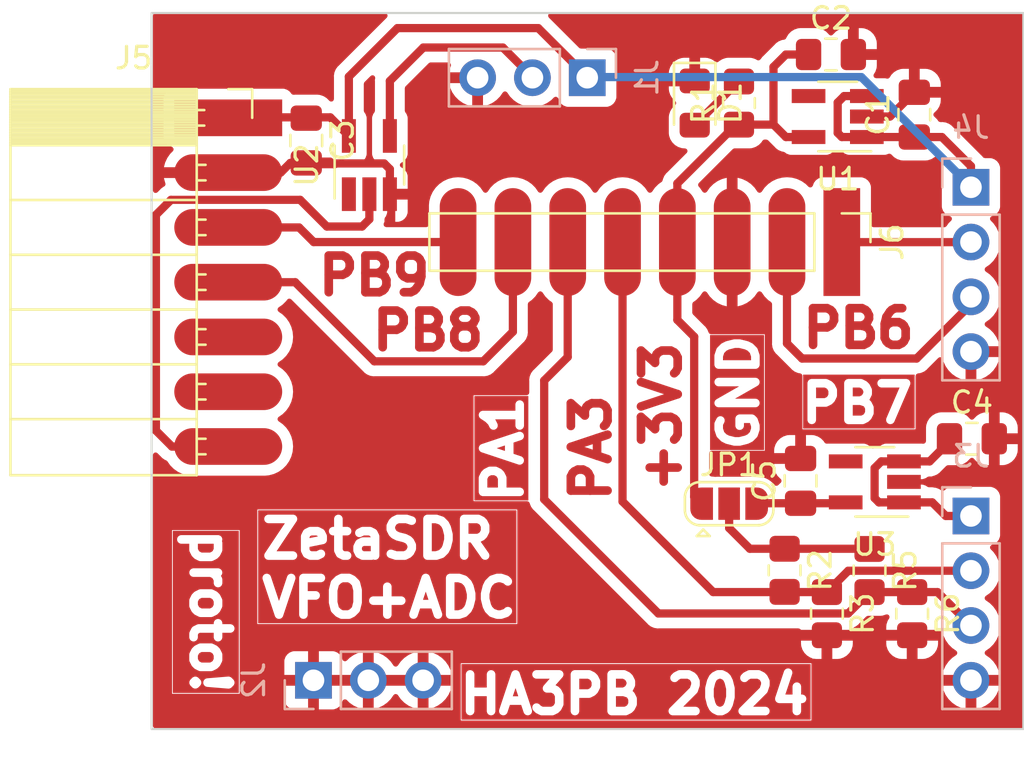
<source format=kicad_pcb>
(kicad_pcb (version 20240108) (generator "pcbnew") (generator_version "8.0")
  (layers (0 "F.Cu" signal) (31 "B.Cu" signal) (34 "B.Paste" user) (35 "F.Paste" user) (36 "B.SilkS" user "B.Silkscreen") (37 "F.SilkS" user "F.Silkscreen") (38 "B.Mask" user) (39 "F.Mask" user) (44 "Edge.Cuts" user))
  (net 0 "")
  (net 1 "+5V")
  (net 2 "GND")
  (net 3 "+3V3")
  (net 4 "Net-(D1-A)")
  (net 5 "Net-(J3-Pin_2)")
  (net 6 "Net-(J3-Pin_3)")
  (net 8 "Net-(J3-Pin_1)")
  (net 9 "Net-(J1-Pin_2)")
  (net 10 "/SDA")
  (net 11 "/SCL")
  (net 14 "Net-(J5-Pin_7)")
  (net 15 "/D-")
  (net 16 "/D+")
  (net 17 "Net-(JP1-B)")
  (net 18 "Net-(JP1-C)")
  (footprint "Resistor_SMD:R_0805_2012Metric_Pad1.20x1.40mm_HandSolder" (layer "F.Cu") (at 162.99 91.09 -90)
    (property "Reference" "R2" (at 0 -1.65 90) (layer "F.SilkS"))
    (property "Value" "150k")
    (fp_line (start -0.227064 0.735) (end 0.227064 0.735) (stroke (width 0.12)) (layer "F.SilkS"))
    (fp_line (start -0.227064 -0.735) (end 0.227064 -0.735) (stroke (width 0.12)) (layer "F.SilkS"))
    (pad "1" smd roundrect (at -1 0 270) (size 1.2 1.4) (layers "F.Cu" "F.Paste" "F.Mask") (roundrect_rratio 0.2083333333) (net 18 "Net-(JP1-C)"))
    (pad "2" smd roundrect (at 1 0 270) (size 1.2 1.4) (layers "F.Cu" "F.Paste" "F.Mask") (roundrect_rratio 0.2083333333) (net 5 "Net-(J3-Pin_2)"))
  )
  (footprint "Jumper:SolderJumper-3_P1.3mm_Open_RoundedPad1.0x1.5mm" (layer "F.Cu") (at 160.42 88)
    (property "Reference" "JP1" (at 0 -1.8 0) (layer "F.SilkS"))
    (property "Value" "AVCC")
    (fp_line (start -2.05 0.3) (end -2.05 -0.3) (stroke (width 0.12)) (layer "F.SilkS"))
    (fp_line (start -1.5 1.5) (end -0.9 1.5) (stroke (width 0.12)) (layer "F.SilkS"))
    (fp_line (start -1.4 -1) (end 1.4 -1) (stroke (width 0.12)) (layer "F.SilkS"))
    (fp_line (start -1.2 1.2) (end -1.5 1.5) (stroke (width 0.12)) (layer "F.SilkS"))
    (fp_line (start -1.2 1.2) (end -0.9 1.5) (stroke (width 0.12)) (layer "F.SilkS"))
    (fp_line (start 1.4 1) (end -1.4 1) (stroke (width 0.12)) (layer "F.SilkS"))
    (fp_line (start 2.05 -0.3) (end 2.05 0.3) (stroke (width 0.12)) (layer "F.SilkS"))
    (fp_arc (start -2.05 -0.3) (mid -1.844975 -0.794975) (end -1.35 -1) (stroke (width 0.12)) (layer "F.SilkS"))
    (fp_arc (start -1.35 1) (mid -1.844975 0.794975) (end -2.05 0.3) (stroke (width 0.12)) (layer "F.SilkS"))
    (fp_arc (start 1.35 -1) (mid 1.844975 -0.794975) (end 2.05 -0.3) (stroke (width 0.12)) (layer "F.SilkS"))
    (fp_arc (start 2.05 0.3) (mid 1.844975 0.794975) (end 1.35 1) (stroke (width 0.12)) (layer "F.SilkS"))
    (pad "1" smd custom (at -1.3 0) (size 1 0.5) (layers "F.Cu" "F.Mask") (net 3 "+3V3") (options (clearance outline) (anchor rect)) (primitives (gr_circle (center 0 0.25) (end 0.5 0.25) (width 0) (fill yes)) (gr_circle (center 0 -0.25) (end 0.5 -0.25) (width 0) (fill yes)) (gr_poly (pts (xy 0.55 0.75) (xy 0 0.75) (xy 0 -0.75) (xy 0.55 -0.75)) (width 0) (fill yes))))
    (pad "2" smd rect (at 0 0) (size 1 1.5) (layers "F.Cu" "F.Mask") (net 18 "Net-(JP1-C)"))
    (pad "3" smd custom (at 1.3 0) (size 1 0.5) (layers "F.Cu" "F.Mask") (net 17 "Net-(JP1-B)") (options (clearance outline) (anchor rect)) (primitives (gr_circle (center 0 0.25) (end 0.5 0.25) (width 0) (fill yes)) (gr_circle (center 0 -0.25) (end 0.5 -0.25) (width 0) (fill yes)) (gr_poly (pts (xy 0 0.75) (xy -0.55 0.75) (xy -0.55 -0.75) (xy 0 -0.75)) (width 0) (fill yes))))
  )
  (footprint "Capacitor_SMD:C_0805_2012Metric_Pad1.18x1.45mm_HandSolder" (layer "F.Cu") (at 140.825 71.1625 -90)
    (property "Reference" "C3" (at 0 -1.68 90) (layer "F.SilkS"))
    (property "Value" "100n")
    (fp_line (start -0.261252 0.735) (end 0.261252 0.735) (stroke (width 0.12)) (layer "F.SilkS"))
    (fp_line (start -0.261252 -0.735) (end 0.261252 -0.735) (stroke (width 0.12)) (layer "F.SilkS"))
    (pad "1" smd roundrect (at -1.0375 0 270) (size 1.175 1.45) (layers "F.Cu" "F.Paste" "F.Mask") (roundrect_rratio 0.2127659574) (net 1 "+5V"))
    (pad "2" smd roundrect (at 1.0375 0 270) (size 1.175 1.45) (layers "F.Cu" "F.Paste" "F.Mask") (roundrect_rratio 0.2127659574) (net 2 "GND"))
  )
  (footprint "Package_TO_SOT_SMD:SOT-23-5_HandSoldering" (layer "F.Cu") (at 165.45 70.05 180)
    (property "Reference" "U1" (at 0 -2.9 0) (layer "F.SilkS"))
    (property "Value" "AP2127K-3.3")
    (fp_line (start 0.9 -1.61) (end -1.55 -1.61) (stroke (width 0.12)) (layer "F.SilkS"))
    (fp_line (start -0.9 1.61) (end 0.9 1.61) (stroke (width 0.12)) (layer "F.SilkS"))
    (pad "1" smd rect (at -1.35 -0.95 180) (size 1.56 0.65) (layers "F.Cu" "F.Paste" "F.Mask") (net 1 "+5V"))
    (pad "2" smd rect (at -1.35 0 180) (size 1.56 0.65) (layers "F.Cu" "F.Paste" "F.Mask") (net 2 "GND"))
    (pad "3" smd rect (at -1.35 0.95 180) (size 1.56 0.65) (layers "F.Cu" "F.Paste" "F.Mask") (net 1 "+5V"))
    (pad "4" smd rect (at 1.35 0.95 180) (size 1.56 0.65) (layers "F.Cu" "F.Paste" "F.Mask"))
    (pad "5" smd rect (at 1.35 -0.95 180) (size 1.56 0.65) (layers "F.Cu" "F.Paste" "F.Mask") (net 3 "+3V3"))
  )
  (footprint "Resistor_SMD:R_0805_2012Metric_Pad1.20x1.40mm_HandSolder" (layer "F.Cu") (at 168.9 93.1 -90)
    (property "Reference" "R6" (at 0 -1.65 90) (layer "F.SilkS"))
    (property "Value" "4k7")
    (fp_line (start -0.227064 0.735) (end 0.227064 0.735) (stroke (width 0.12)) (layer "F.SilkS"))
    (fp_line (start -0.227064 -0.735) (end 0.227064 -0.735) (stroke (width 0.12)) (layer "F.SilkS"))
    (pad "1" smd roundrect (at -1 0 270) (size 1.2 1.4) (layers "F.Cu" "F.Paste" "F.Mask") (roundrect_rratio 0.2083333333) (net 6 "Net-(J3-Pin_3)"))
    (pad "2" smd roundrect (at 1 0 270) (size 1.2 1.4) (layers "F.Cu" "F.Paste" "F.Mask") (roundrect_rratio 0.2083333333) (net 2 "GND"))
  )
  (footprint "Package_TO_SOT_SMD:SOT-23-5_HandSoldering" (layer "F.Cu") (at 143.75 72.3 90)
    (property "Reference" "U2" (at 0 -2.9 90) (layer "F.SilkS"))
    (property "Value" "74AHCT1G14")
    (fp_line (start 0.9 -1.61) (end -1.55 -1.61) (stroke (width 0.12)) (layer "F.SilkS"))
    (fp_line (start -0.9 1.61) (end 0.9 1.61) (stroke (width 0.12)) (layer "F.SilkS"))
    (pad "1" smd rect (at -1.35 -0.95 90) (size 1.56 0.65) (layers "F.Cu" "F.Paste" "F.Mask"))
    (pad "2" smd rect (at -1.35 0 90) (size 1.56 0.65) (layers "F.Cu" "F.Paste" "F.Mask") (net 14 "Net-(J5-Pin_7)"))
    (pad "3" smd rect (at -1.35 0.95 90) (size 1.56 0.65) (layers "F.Cu" "F.Paste" "F.Mask") (net 2 "GND"))
    (pad "4" smd rect (at 1.35 0.95 90) (size 1.56 0.65) (layers "F.Cu" "F.Paste" "F.Mask") (net 9 "Net-(J1-Pin_2)"))
    (pad "5" smd rect (at 1.35 -0.95 90) (size 1.56 0.65) (layers "F.Cu" "F.Paste" "F.Mask") (net 1 "+5V"))
  )
  (footprint "Capacitor_SMD:C_0805_2012Metric_Pad1.18x1.45mm_HandSolder" (layer "F.Cu") (at 163.73 86.9425 90)
    (property "Reference" "C5" (at 0 -1.68 90) (layer "F.SilkS"))
    (property "Value" "10u")
    (fp_line (start -0.261252 -0.735) (end 0.261252 -0.735) (stroke (width 0.12)) (layer "F.SilkS"))
    (fp_line (start -0.261252 0.735) (end 0.261252 0.735) (stroke (width 0.12)) (layer "F.SilkS"))
    (pad "1" smd roundrect (at -1.0375 0 90) (size 1.175 1.45) (layers "F.Cu" "F.Paste" "F.Mask") (roundrect_rratio 0.2127659574) (net 17 "Net-(JP1-B)"))
    (pad "2" smd roundrect (at 1.0375 0 90) (size 1.175 1.45) (layers "F.Cu" "F.Paste" "F.Mask") (roundrect_rratio 0.2127659574) (net 2 "GND"))
  )
  (footprint "Capacitor_SMD:C_0805_2012Metric_Pad1.18x1.45mm_HandSolder" (layer "F.Cu") (at 165.1375 67.175)
    (property "Reference" "C2" (at 0 -1.68 0) (layer "F.SilkS"))
    (property "Value" "10u")
    (fp_line (start -0.261252 -0.735) (end 0.261252 -0.735) (stroke (width 0.12)) (layer "F.SilkS"))
    (fp_line (start -0.261252 0.735) (end 0.261252 0.735) (stroke (width 0.12)) (layer "F.SilkS"))
    (pad "1" smd roundrect (at -1.0375 0) (size 1.175 1.45) (layers "F.Cu" "F.Paste" "F.Mask") (roundrect_rratio 0.2127659574) (net 3 "+3V3"))
    (pad "2" smd roundrect (at 1.0375 0) (size 1.175 1.45) (layers "F.Cu" "F.Paste" "F.Mask") (roundrect_rratio 0.2127659574) (net 2 "GND"))
  )
  (footprint "Capacitor_SMD:C_0805_2012Metric_Pad1.18x1.45mm_HandSolder" (layer "F.Cu") (at 169 69.9625 90)
    (property "Reference" "C1" (at 0 -1.68 90) (layer "F.SilkS"))
    (property "Value" "10u")
    (fp_line (start -0.261252 -0.735) (end 0.261252 -0.735) (stroke (width 0.12)) (layer "F.SilkS"))
    (fp_line (start -0.261252 0.735) (end 0.261252 0.735) (stroke (width 0.12)) (layer "F.SilkS"))
    (pad "1" smd roundrect (at -1.0375 0 90) (size 1.175 1.45) (layers "F.Cu" "F.Paste" "F.Mask") (roundrect_rratio 0.2127659574) (net 1 "+5V"))
    (pad "2" smd roundrect (at 1.0375 0 90) (size 1.175 1.45) (layers "F.Cu" "F.Paste" "F.Mask") (roundrect_rratio 0.2127659574) (net 2 "GND"))
  )
  (footprint "Connector_PinHeader_2.54mm:PinHeader_1x08_P2.54mm_Vertical" (layer "F.Cu") (at 165.64 75.87 -90)
    (property "Reference" "J6" (at 0 -2.33 90) (layer "F.SilkS"))
    (property "Value" "DEVBOARD")
    (fp_line (start -1.33 19.11) (end 1.33 19.11) (stroke (width 0.12)) (layer "F.SilkS"))
    (fp_line (start -1.33 1.27) (end -1.33 19.11) (stroke (width 0.12)) (layer "F.SilkS"))
    (fp_line (start -1.33 1.27) (end 1.33 1.27) (stroke (width 0.12)) (layer "F.SilkS"))
    (fp_line (start 1.33 1.27) (end 1.33 19.11) (stroke (width 0.12)) (layer "F.SilkS"))
    (fp_line (start -1.33 0) (end -1.33 -1.33) (stroke (width 0.12)) (layer "F.SilkS"))
    (fp_line (start -1.33 -1.33) (end 0 -1.33) (stroke (width 0.12)) (layer "F.SilkS"))
    (pad "1" smd rect (at 0 0 270) (size 5 1.7) (layers "F.Cu" "F.Paste" "F.Mask") (net 15 "/D-"))
    (pad "2" smd oval (at 0 2.54 270) (size 5 1.7) (layers "F.Cu" "F.Paste" "F.Mask") (net 16 "/D+"))
    (pad "3" smd oval (at 0 5.08 270) (size 5 1.7) (layers "F.Cu" "F.Paste" "F.Mask") (net 2 "GND"))
    (pad "4" smd oval (at 0 7.62 270) (size 5 1.7) (layers "F.Cu" "F.Paste" "F.Mask") (net 3 "+3V3"))
    (pad "5" smd oval (at 0 10.16 270) (size 5 1.7) (layers "F.Cu" "F.Paste" "F.Mask") (net 5 "Net-(J3-Pin_2)"))
    (pad "6" smd oval (at 0 12.7 270) (size 5 1.7) (layers "F.Cu" "F.Paste" "F.Mask") (net 6 "Net-(J3-Pin_3)"))
    (pad "7" smd oval (at 0 15.24 270) (size 5 1.7) (layers "F.Cu" "F.Paste" "F.Mask") (net 11 "/SCL"))
    (pad "8" smd oval (at 0 17.78 270) (size 5 1.7) (layers "F.Cu" "F.Paste" "F.Mask") (net 10 "/SDA"))
  )
  (footprint "Resistor_SMD:R_0805_2012Metric_Pad1.20x1.40mm_HandSolder" (layer "F.Cu") (at 164.95 93.1 -90)
    (property "Reference" "R3" (at 0 -1.65 90) (layer "F.SilkS"))
    (property "Value" "4k7")
    (fp_line (start -0.227064 0.735) (end 0.227064 0.735) (stroke (width 0.12)) (layer "F.SilkS"))
    (fp_line (start -0.227064 -0.735) (end 0.227064 -0.735) (stroke (width 0.12)) (layer "F.SilkS"))
    (pad "1" smd roundrect (at -1 0 270) (size 1.2 1.4) (layers "F.Cu" "F.Paste" "F.Mask") (roundrect_rratio 0.2083333333) (net 5 "Net-(J3-Pin_2)"))
    (pad "2" smd roundrect (at 1 0 270) (size 1.2 1.4) (layers "F.Cu" "F.Paste" "F.Mask") (roundrect_rratio 0.2083333333) (net 2 "GND"))
  )
  (footprint "Capacitor_SMD:C_0805_2012Metric_Pad1.18x1.45mm_HandSolder" (layer "F.Cu") (at 171.6675 84.99)
    (property "Reference" "C4" (at 0 -1.68 0) (layer "F.SilkS"))
    (property "Value" "10u")
    (fp_line (start -0.261252 -0.735) (end 0.261252 -0.735) (stroke (width 0.12)) (layer "F.SilkS"))
    (fp_line (start -0.261252 0.735) (end 0.261252 0.735) (stroke (width 0.12)) (layer "F.SilkS"))
    (pad "1" smd roundrect (at -1.0375 0) (size 1.175 1.45) (layers "F.Cu" "F.Paste" "F.Mask") (roundrect_rratio 0.2127659574) (net 8 "Net-(J3-Pin_1)"))
    (pad "2" smd roundrect (at 1.0375 0) (size 1.175 1.45) (layers "F.Cu" "F.Paste" "F.Mask") (roundrect_rratio 0.2127659574) (net 2 "GND"))
  )
  (footprint "Package_TO_SOT_SMD:SOT-23-5_HandSoldering" (layer "F.Cu") (at 167.17 86.99 180)
    (property "Reference" "U3" (at 0 -2.9 0) (layer "F.SilkS"))
    (property "Value" "AP2127K-3.3")
    (fp_line (start 0.9 -1.61) (end -1.55 -1.61) (stroke (width 0.12)) (layer "F.SilkS"))
    (fp_line (start -0.9 1.61) (end 0.9 1.61) (stroke (width 0.12)) (layer "F.SilkS"))
    (pad "1" smd rect (at -1.35 -0.95 180) (size 1.56 0.65) (layers "F.Cu" "F.Paste" "F.Mask") (net 8 "Net-(J3-Pin_1)"))
    (pad "2" smd rect (at -1.35 0 180) (size 1.56 0.65) (layers "F.Cu" "F.Paste" "F.Mask") (net 2 "GND"))
    (pad "3" smd rect (at -1.35 0.95 180) (size 1.56 0.65) (layers "F.Cu" "F.Paste" "F.Mask") (net 8 "Net-(J3-Pin_1)"))
    (pad "4" smd rect (at 1.35 0.95 180) (size 1.56 0.65) (layers "F.Cu" "F.Paste" "F.Mask"))
    (pad "5" smd rect (at 1.35 -0.95 180) (size 1.56 0.65) (layers "F.Cu" "F.Paste" "F.Mask") (net 17 "Net-(JP1-B)"))
  )
  (footprint "Connector_PinSocket_2.54mm:PinSocket_1x07_P2.54mm_Horizontal" (layer "F.Cu") (at 137.21 70.11)
    (property "Reference" "J5" (at -4.38 -2.77 0) (layer "F.SilkS"))
    (property "Value" "Si5351")
    (fp_line (start -10.09 -1.33) (end -10.09 16.57) (stroke (width 0.12)) (layer "F.SilkS"))
    (fp_line (start -10.09 -1.33) (end -1.46 -1.33) (stroke (width 0.12)) (layer "F.SilkS"))
    (fp_line (start -10.09 -1.21) (end -1.46 -1.21) (stroke (width 0.12)) (layer "F.SilkS"))
    (fp_line (start -10.09 -1.091905) (end -1.46 -1.091905) (stroke (width 0.12)) (layer "F.SilkS"))
    (fp_line (start -10.09 -0.97381) (end -1.46 -0.97381) (stroke (width 0.12)) (layer "F.SilkS"))
    (fp_line (start -10.09 -0.855715) (end -1.46 -0.855715) (stroke (width 0.12)) (layer "F.SilkS"))
    (fp_line (start -10.09 -0.73762) (end -1.46 -0.73762) (stroke (width 0.12)) (layer "F.SilkS"))
    (fp_line (start -10.09 -0.619525) (end -1.46 -0.619525) (stroke (width 0.12)) (layer "F.SilkS"))
    (fp_line (start -10.09 -0.50143) (end -1.46 -0.50143) (stroke (width 0.12)) (layer "F.SilkS"))
    (fp_line (start -10.09 -0.383335) (end -1.46 -0.383335) (stroke (width 0.12)) (layer "F.SilkS"))
    (fp_line (start -10.09 -0.26524) (end -1.46 -0.26524) (stroke (width 0.12)) (layer "F.SilkS"))
    (fp_line (start -10.09 -0.147145) (end -1.46 -0.147145) (stroke (width 0.12)) (layer "F.SilkS"))
    (fp_line (start -10.09 -0.02905) (end -1.46 -0.02905) (stroke (width 0.12)) (layer "F.SilkS"))
    (fp_line (start -10.09 0.089045) (end -1.46 0.089045) (stroke (width 0.12)) (layer "F.SilkS"))
    (fp_line (start -10.09 0.20714) (end -1.46 0.20714) (stroke (width 0.12)) (layer "F.SilkS"))
    (fp_line (start -10.09 0.325235) (end -1.46 0.325235) (stroke (width 0.12)) (layer "F.SilkS"))
    (fp_line (start -10.09 0.44333) (end -1.46 0.44333) (stroke (width 0.12)) (layer "F.SilkS"))
    (fp_line (start -10.09 0.561425) (end -1.46 0.561425) (stroke (width 0.12)) (layer "F.SilkS"))
    (fp_line (start -10.09 0.67952) (end -1.46 0.67952) (stroke (width 0.12)) (layer "F.SilkS"))
    (fp_line (start -10.09 0.797615) (end -1.46 0.797615) (stroke (width 0.12)) (layer "F.SilkS"))
    (fp_line (start -10.09 0.91571) (end -1.46 0.91571) (stroke (width 0.12)) (layer "F.SilkS"))
    (fp_line (start -10.09 1.033805) (end -1.46 1.033805) (stroke (width 0.12)) (layer "F.SilkS"))
    (fp_line (start -10.09 1.1519) (end -1.46 1.1519) (stroke (width 0.12)) (layer "F.SilkS"))
    (fp_line (start -10.09 1.27) (end -1.46 1.27) (stroke (width 0.12)) (layer "F.SilkS"))
    (fp_line (start -10.09 3.81) (end -1.46 3.81) (stroke (width 0.12)) (layer "F.SilkS"))
    (fp_line (start -10.09 6.35) (end -1.46 6.35) (stroke (width 0.12)) (layer "F.SilkS"))
    (fp_line (start -10.09 8.89) (end -1.46 8.89) (stroke (width 0.12)) (layer "F.SilkS"))
    (fp_line (start -10.09 11.43) (end -1.46 11.43) (stroke (width 0.12)) (layer "F.SilkS"))
    (fp_line (start -10.09 13.97) (end -1.46 13.97) (stroke (width 0.12)) (layer "F.SilkS"))
    (fp_line (start -10.09 16.57) (end -1.46 16.57) (stroke (width 0.12)) (layer "F.SilkS"))
    (fp_line (start -1.46 -1.33) (end -1.46 16.57) (stroke (width 0.12)) (layer "F.SilkS"))
    (fp_line (start -1.46 -0.36) (end -1.11 -0.36) (stroke (width 0.12)) (layer "F.SilkS"))
    (fp_line (start -1.46 0.36) (end -1.11 0.36) (stroke (width 0.12)) (layer "F.SilkS"))
    (fp_line (start -1.46 2.18) (end -1.05 2.18) (stroke (width 0.12)) (layer "F.SilkS"))
    (fp_line (start -1.46 2.9) (end -1.05 2.9) (stroke (width 0.12)) (layer "F.SilkS"))
    (fp_line (start -1.46 4.72) (end -1.05 4.72) (stroke (width 0.12)) (layer "F.SilkS"))
    (fp_line (start -1.46 5.44) (end -1.05 5.44) (stroke (width 0.12)) (layer "F.SilkS"))
    (fp_line (start -1.46 7.26) (end -1.05 7.26) (stroke (width 0.12)) (layer "F.SilkS"))
    (fp_line (start -1.46 7.98) (end -1.05 7.98) (stroke (width 0.12)) (layer "F.SilkS"))
    (fp_line (start -1.46 9.8) (end -1.05 9.8) (stroke (width 0.12)) (layer "F.SilkS"))
    (fp_line (start -1.46 10.52) (end -1.05 10.52) (stroke (width 0.12)) (layer "F.SilkS"))
    (fp_line (start -1.46 12.34) (end -1.05 12.34) (stroke (width 0.12)) (layer "F.SilkS"))
    (fp_line (start -1.46 13.06) (end -1.05 13.06) (stroke (width 0.12)) (layer "F.SilkS"))
    (fp_line (start -1.46 14.88) (end -1.05 14.88) (stroke (width 0.12)) (layer "F.SilkS"))
    (fp_line (start -1.46 15.6) (end -1.05 15.6) (stroke (width 0.12)) (layer "F.SilkS"))
    (fp_line (start 0 -1.33) (end 1.11 -1.33) (stroke (width 0.12)) (layer "F.SilkS"))
    (fp_line (start 1.11 -1.33) (end 1.11 0) (stroke (width 0.12)) (layer "F.SilkS"))
    (pad "1" smd rect (at 0 0) (size 5 1.7) (layers "F.Cu" "F.Paste" "F.Mask") (net 1 "+5V"))
    (pad "2" smd oval (at 0 2.54) (size 5 1.7) (layers "F.Cu" "F.Paste" "F.Mask") (net 2 "GND"))
    (pad "3" smd oval (at 0 5.08) (size 5 1.7) (layers "F.Cu" "F.Paste" "F.Mask") (net 10 "/SDA"))
    (pad "4" smd oval (at 0 7.62) (size 5 1.7) (layers "F.Cu" "F.Paste" "F.Mask") (net 11 "/SCL"))
    (pad "5" smd oval (at 0 10.16) (size 5 1.7) (layers "F.Cu" "F.Paste" "F.Mask"))
    (pad "6" smd oval (at 0 12.7) (size 5 1.7) (layers "F.Cu" "F.Paste" "F.Mask"))
    (pad "7" smd oval (at 0 15.24) (size 5 1.7) (layers "F.Cu" "F.Paste" "F.Mask") (net 14 "Net-(J5-Pin_7)"))
  )
  (footprint "Resistor_SMD:R_0805_2012Metric_Pad1.20x1.40mm_HandSolder" (layer "F.Cu") (at 160.875 69.425 90)
    (property "Reference" "R1" (at 0 -1.65 90) (layer "F.SilkS"))
    (property "Value" "1k")
    (fp_line (start -0.227064 -0.735) (end 0.227064 -0.735) (stroke (width 0.12)) (layer "F.SilkS"))
    (fp_line (start -0.227064 0.735) (end 0.227064 0.735) (stroke (width 0.12)) (layer "F.SilkS"))
    (pad "1" smd roundrect (at -1 0 90) (size 1.2 1.4) (layers "F.Cu" "F.Paste" "F.Mask") (roundrect_rratio 0.2083333333) (net 3 "+3V3"))
    (pad "2" smd roundrect (at 1 0 90) (size 1.2 1.4) (layers "F.Cu" "F.Paste" "F.Mask") (roundrect_rratio 0.2083333333) (net 4 "Net-(D1-A)"))
  )
  (footprint "Resistor_SMD:R_0805_2012Metric_Pad1.20x1.40mm_HandSolder" (layer "F.Cu") (at 166.925 91.1 -90)
    (property "Reference" "R5" (at 0 -1.65 90) (layer "F.SilkS"))
    (property "Value" "150k")
    (fp_line (start -0.227064 0.735) (end 0.227064 0.735) (stroke (width 0.12)) (layer "F.SilkS"))
    (fp_line (start -0.227064 -0.735) (end 0.227064 -0.735) (stroke (width 0.12)) (layer "F.SilkS"))
    (pad "1" smd roundrect (at -1 0 270) (size 1.2 1.4) (layers "F.Cu" "F.Paste" "F.Mask") (roundrect_rratio 0.2083333333) (net 18 "Net-(JP1-C)"))
    (pad "2" smd roundrect (at 1 0 270) (size 1.2 1.4) (layers "F.Cu" "F.Paste" "F.Mask") (roundrect_rratio 0.2083333333) (net 6 "Net-(J3-Pin_3)"))
  )
  (footprint "LED_SMD:LED_0805_2012Metric_Pad1.15x1.40mm_HandSolder" (layer "F.Cu") (at 158.825 69.425 -90)
    (property "Reference" "D1" (at 0 -1.65 90) (layer "F.SilkS"))
    (property "Value" "LED")
    (fp_line (start -1.86 0.96) (end 1 0.96) (stroke (width 0.12)) (layer "F.SilkS"))
    (fp_line (start -1.86 -0.96) (end -1.86 0.96) (stroke (width 0.12)) (layer "F.SilkS"))
    (fp_line (start 1 -0.96) (end -1.86 -0.96) (stroke (width 0.12)) (layer "F.SilkS"))
    (pad "1" smd roundrect (at -1.025 0 270) (size 1.15 1.4) (layers "F.Cu" "F.Paste" "F.Mask") (roundrect_rratio 0.2173913043) (net 2 "GND"))
    (pad "2" smd roundrect (at 1.025 0 270) (size 1.15 1.4) (layers "F.Cu" "F.Paste" "F.Mask") (roundrect_rratio 0.2173913043) (net 4 "Net-(D1-A)"))
  )
  (footprint "Connector_PinSocket_2.54mm:PinSocket_1x04_P2.54mm_Vertical" (layer "B.Cu") (at 171.625 88.57 180)
    (property "Reference" "J3" (at 0 2.77 0) (layer "B.SilkS") (effects (justify mirror)))
    (property "Value" "IQ")
    (fp_line (start 1.33 1.33) (end 1.33 0) (stroke (width 0.12)) (layer "B.SilkS"))
    (fp_line (start 1.33 -1.27) (end 1.33 -8.95) (stroke (width 0.12)) (layer "B.SilkS"))
    (fp_line (start 0 1.33) (end 1.33 1.33) (stroke (width 0.12)) (layer "B.SilkS"))
    (fp_line (start -1.33 -1.27) (end 1.33 -1.27) (stroke (width 0.12)) (layer "B.SilkS"))
    (fp_line (start -1.33 -1.27) (end -1.33 -8.95) (stroke (width 0.12)) (layer "B.SilkS"))
    (fp_line (start -1.33 -8.95) (end 1.33 -8.95) (stroke (width 0.12)) (layer "B.SilkS"))
    (pad "1" thru_hole rect (at 0 0 180) (size 1.7 1.7) (drill 1) (layers "*.Cu" "*.Mask") (net 8 "Net-(J3-Pin_1)"))
    (pad "2" thru_hole oval (at 0 -2.54 180) (size 1.7 1.7) (drill 1) (layers "*.Cu" "*.Mask") (net 5 "Net-(J3-Pin_2)"))
    (pad "3" thru_hole oval (at 0 -5.08 180) (size 1.7 1.7) (drill 1) (layers "*.Cu" "*.Mask") (net 6 "Net-(J3-Pin_3)"))
    (pad "4" thru_hole oval (at 0 -7.62 180) (size 1.7 1.7) (drill 1) (layers "*.Cu" "*.Mask") (net 2 "GND"))
  )
  (footprint "Connector_PinSocket_2.54mm:PinSocket_1x03_P2.54mm_Vertical" (layer "B.Cu") (at 141.16 96.19 -90)
    (property "Reference" "J2" (at 0 2.77 90) (layer "B.SilkS") (effects (justify mirror)))
    (property "Value" "FIX")
    (fp_line (start 0 1.33) (end 1.33 1.33) (stroke (width 0.12)) (layer "B.SilkS"))
    (fp_line (start 1.33 1.33) (end 1.33 0) (stroke (width 0.12)) (layer "B.SilkS"))
    (fp_line (start -1.33 -1.27) (end 1.33 -1.27) (stroke (width 0.12)) (layer "B.SilkS"))
    (fp_line (start -1.33 -1.27) (end -1.33 -6.41) (stroke (width 0.12)) (layer "B.SilkS"))
    (fp_line (start 1.33 -1.27) (end 1.33 -6.41) (stroke (width 0.12)) (layer "B.SilkS"))
    (fp_line (start -1.33 -6.41) (end 1.33 -6.41) (stroke (width 0.12)) (layer "B.SilkS"))
    (pad "1" thru_hole rect (at 0 0 270) (size 1.7 1.7) (drill 1) (layers "*.Cu" "*.Mask") (net 2 "GND"))
    (pad "2" thru_hole oval (at 0 -2.54 270) (size 1.7 1.7) (drill 1) (layers "*.Cu" "*.Mask") (net 2 "GND"))
    (pad "3" thru_hole oval (at 0 -5.08 270) (size 1.7 1.7) (drill 1) (layers "*.Cu" "*.Mask") (net 2 "GND"))
  )
  (footprint "Connector_PinSocket_2.54mm:PinSocket_1x03_P2.54mm_Vertical" (layer "B.Cu") (at 153.845 68.25 90)
    (property "Reference" "J1" (at 0 2.77 90) (layer "B.SilkS") (effects (justify mirror)))
    (property "Value" "OSC")
    (fp_line (start -1.33 -6.41) (end 1.33 -6.41) (stroke (width 0.12)) (layer "B.SilkS"))
    (fp_line (start 1.33 -1.27) (end 1.33 -6.41) (stroke (width 0.12)) (layer "B.SilkS"))
    (fp_line (start -1.33 -1.27) (end -1.33 -6.41) (stroke (width 0.12)) (layer "B.SilkS"))
    (fp_line (start -1.33 -1.27) (end 1.33 -1.27) (stroke (width 0.12)) (layer "B.SilkS"))
    (fp_line (start 1.33 1.33) (end 1.33 0) (stroke (width 0.12)) (layer "B.SilkS"))
    (fp_line (start 0 1.33) (end 1.33 1.33) (stroke (width 0.12)) (layer "B.SilkS"))
    (pad "1" thru_hole rect (at 0 0 90) (size 1.7 1.7) (drill 1) (layers "*.Cu" "*.Mask") (net 1 "+5V"))
    (pad "2" thru_hole oval (at 0 -2.54 90) (size 1.7 1.7) (drill 1) (layers "*.Cu" "*.Mask") (net 9 "Net-(J1-Pin_2)"))
    (pad "3" thru_hole oval (at 0 -5.08 90) (size 1.7 1.7) (drill 1) (layers "*.Cu" "*.Mask") (net 2 "GND"))
  )
  (footprint "Connector_PinSocket_2.54mm:PinSocket_1x04_P2.54mm_Vertical" (layer "B.Cu") (at 171.625 73.33 180)
    (property "Reference" "J4" (at 0 2.77 0) (layer "B.SilkS") (effects (justify mirror)))
    (property "Value" "USB")
    (fp_line (start 1.33 1.33) (end 1.33 0) (stroke (width 0.12)) (layer "B.SilkS"))
    (fp_line (start 1.33 -1.27) (end 1.33 -8.95) (stroke (width 0.12)) (layer "B.SilkS"))
    (fp_line (start 0 1.33) (end 1.33 1.33) (stroke (width 0.12)) (layer "B.SilkS"))
    (fp_line (start -1.33 -1.27) (end 1.33 -1.27) (stroke (width 0.12)) (layer "B.SilkS"))
    (fp_line (start -1.33 -1.27) (end -1.33 -8.95) (stroke (width 0.12)) (layer "B.SilkS"))
    (fp_line (start -1.33 -8.95) (end 1.33 -8.95) (stroke (width 0.12)) (layer "B.SilkS"))
    (pad "1" thru_hole rect (at 0 0 180) (size 1.7 1.7) (drill 1) (layers "*.Cu" "*.Mask") (net 1 "+5V"))
    (pad "2" thru_hole oval (at 0 -2.54 180) (size 1.7 1.7) (drill 1) (layers "*.Cu" "*.Mask") (net 15 "/D-"))
    (pad "3" thru_hole oval (at 0 -5.08 180) (size 1.7 1.7) (drill 1) (layers "*.Cu" "*.Mask") (net 16 "/D+"))
    (pad "4" thru_hole oval (at 0 -7.62 180) (size 1.7 1.7) (drill 1) (layers "*.Cu" "*.Mask") (net 2 "GND"))
  )
  (gr_rect (start 133.66 65.25) (end 174.05 98.45) (stroke (width 0.1)) (fill none) (layer "Edge.Cuts"))
  (gr_text "PB8" (at 143.7 79.98 0) (layer "F.Cu") (effects (font (size 1.7 1.7) (thickness 0.4) (bold yes)) (justify left)))
  (gr_text "proto!" (at 136.37 88.99 270) (layer "F.Cu" knockout) (effects (font (size 1.7 1.7) (thickness 0.4) (bold yes)) (justify left)))
  (gr_text "+3V3" (at 157.27 87.64 90) (layer "F.Cu") (effects (font (size 1.7 1.7) (thickness 0.4) (bold yes)) (justify left)))
  (gr_text "ZetaSDR\nVFO+ADC" (at 138.57 91.01 0) (layer "F.Cu" knockout) (effects (font (size 1.7 1.7) (thickness 0.4) (bold yes)) (justify left)))
  (gr_text "PB9" (at 141.2 77.43 0) (layer "F.Cu") (effects (font (size 1.7 1.7) (thickness 0.4) (bold yes)) (justify left)))
  (gr_text "GND" (at 160.87 85.7 90) (layer "F.Cu" knockout) (effects (font (size 1.7 1.7) (thickness 0.4) (bold yes)) (justify left)))
  (gr_text "PB6" (at 163.64 79.87 0) (layer "F.Cu") (effects (font (size 1.7 1.7) (thickness 0.4) (bold yes)) (justify left)))
  (gr_text "HA3PB 2024" (at 147.75 96.85 0) (layer "F.Cu" knockout) (effects (font (size 1.7 1.7) (thickness 0.4) (bold yes)) (justify left)))
  (gr_text "PB7" (at 163.58 83.35 0) (layer "F.Cu" knockout) (effects (font (size 1.7 1.7) (thickness 0.4) (bold yes)) (justify left)))
  (gr_text "PA1" (at 149.95 88.12 90) (layer "F.Cu" knockout) (effects (font (size 1.7 1.7) (thickness 0.4) (bold yes)) (justify left)))
  (gr_text "PA3" (at 154.02 88.06 90) (layer "F.Cu") (effects (font (size 1.7 1.7) (thickness 0.4) (bold yes)) (justify left)))
  (segment (start 141.9375 70.0875) (end 142.8 70.95) (width 0.381) (layer "F.Cu") (net 1))
  (segment (start 170.275 71) (end 171.625 72.35) (width 0.381) (layer "F.Cu") (net 1))
  (segment (start 151.575 65.95) (end 153.845 68.22) (width 0.381) (layer "F.Cu") (net 1))
  (segment (start 166.8 71) (end 165.639 71) (width 0.381) (layer "F.Cu") (net 1))
  (segment (start 165.75 69.1) (end 166.8 69.1) (width 0.381) (layer "F.Cu") (net 1))
  (segment (start 142.8 68.2) (end 145.05 65.95) (width 0.381) (layer "F.Cu") (net 1))
  (segment (start 165.639 71) (end 165.45 70.811) (width 0.381) (layer "F.Cu") (net 1))
  (segment (start 171.625 72.35) (end 171.625 73.33) (width 0.381) (layer "F.Cu") (net 1))
  (segment (start 145.05 65.95) (end 151.575 65.95) (width 0.381) (layer "F.Cu") (net 1))
  (segment (start 137.2325 70.0875) (end 141.9375 70.0875) (width 0.381) (layer "F.Cu") (net 1))
  (segment (start 165.45 69.4) (end 165.75 69.1) (width 0.381) (layer "F.Cu") (net 1))
  (segment (start 142.8 70.95) (end 142.8 68.2) (width 0.381) (layer "F.Cu") (net 1))
  (segment (start 137.21 70.11) (end 137.2325 70.0875) (width 0.381) (layer "F.Cu") (net 1))
  (segment (start 137.5575 70.1125) (end 137.57 70.1) (width 0.381) (layer "F.Cu") (net 1))
  (segment (start 165.45 70.811) (end 165.45 69.4) (width 0.381) (layer "F.Cu") (net 1))
  (segment (start 169 71) (end 170.275 71) (width 0.381) (layer "F.Cu") (net 1))
  (segment (start 169 71) (end 166.8 71) (width 0.381) (layer "F.Cu") (net 1))
  (segment (start 166.545 68.22) (end 171.625 73.3) (width 0.381) (layer "B.Cu") (net 1))
  (segment (start 153.845 68.22) (end 166.545 68.22) (width 0.381) (layer "B.Cu") (net 1))
  (segment (start 140.825 72.2) (end 140.09 72.2) (width 0.381) (layer "F.Cu") (net 2))
  (segment (start 139.64 72.65) (end 137.21 72.65) (width 0.381) (layer "F.Cu") (net 2))
  (segment (start 166.8 70.05) (end 167.875 70.05) (width 0.381) (layer "F.Cu") (net 2))
  (segment (start 140.09 72.2) (end 139.64 72.65) (width 0.381) (layer "F.Cu") (net 2))
  (segment (start 141.3 72.225) (end 144.436 72.225) (width 0.381) (layer "F.Cu") (net 2))
  (segment (start 144.436 72.225) (end 144.7 72.489) (width 0.381) (layer "F.Cu") (net 2))
  (segment (start 167.875 70.05) (end 169 68.925) (width 0.381) (layer "F.Cu") (net 2))
  (segment (start 144.7 72.489) (end 144.7 73.65) (width 0.381) (layer "F.Cu") (net 2))
  (segment (start 141.25 72.175) (end 141.3 72.225) (width 0.381) (layer "F.Cu") (net 2))
  (segment (start 158.02 75.87) (end 158.02 79.48) (width 0.381) (layer "F.Cu") (net 3))
  (segment (start 163.05 67.175) (end 164.1 67.175) (width 0.381) (layer "F.Cu") (net 3))
  (segment (start 160.745 70.425) (end 160.875 70.425) (width 0.381) (layer "F.Cu") (net 3))
  (segment (start 158.02 73.15) (end 160.745 70.425) (width 0.381) (layer "F.Cu") (net 3))
  (segment (start 162.475 70.425) (end 162.475 67.75) (width 0.381) (layer "F.Cu") (net 3))
  (segment (start 158.02 75.87) (end 158.02 73.15) (width 0.381) (layer "F.Cu") (net 3))
  (segment (start 160.875 70.425) (end 162.475 70.425) (width 0.381) (layer "F.Cu") (net 3))
  (segment (start 164.1 71) (end 163.05 71) (width 0.381) (layer "F.Cu") (net 3))
  (segment (start 158.8 87.68) (end 159.12 88) (width 0.381) (layer "F.Cu") (net 3))
  (segment (start 163.05 71) (end 162.475 70.425) (width 0.381) (layer "F.Cu") (net 3))
  (segment (start 158.02 79.48) (end 158.8 80.26) (width 0.381) (layer "F.Cu") (net 3))
  (segment (start 158.8 80.26) (end 158.8 87.68) (width 0.381) (layer "F.Cu") (net 3))
  (segment (start 162.475 67.75) (end 163.05 67.175) (width 0.381) (layer "F.Cu") (net 3))
  (segment (start 160.875 68.425) (end 160.85 68.425) (width 0.381) (layer "F.Cu") (net 4))
  (segment (start 160.85 68.425) (end 158.825 70.45) (width 0.381) (layer "F.Cu") (net 4))
  (segment (start 164.95 92.1) (end 165.94 91.11) (width 0.381) (layer "F.Cu") (net 5))
  (segment (start 159.68 92.1) (end 155.48 87.9) (width 0.381) (layer "F.Cu") (net 5))
  (segment (start 155.48 87.9) (end 155.48 75.87) (width 0.381) (layer "F.Cu") (net 5))
  (segment (start 165.94 91.11) (end 171.625 91.11) (width 0.381) (layer "F.Cu") (net 5))
  (segment (start 171.605 91.1) (end 171.625 91.08) (width 0.381) (layer "F.Cu") (net 5))
  (segment (start 164.95 92.1) (end 159.68 92.1) (width 0.381) (layer "F.Cu") (net 5))
  (segment (start 157.1405 93.0905) (end 151.85 87.8) (width 0.381) (layer "F.Cu") (net 6))
  (segment (start 168.9 92.1) (end 170.075 92.1) (width 0.381) (layer "F.Cu") (net 6))
  (segment (start 166.925 92.1) (end 165.9345 93.0905) (width 0.381) (layer "F.Cu") (net 6))
  (segment (start 170.075 92.1) (end 171.625 93.65) (width 0.381) (layer "F.Cu") (net 6))
  (segment (start 151.85 87.8) (end 151.85 82.29) (width 0.381) (layer "F.Cu") (net 6))
  (segment (start 166.925 92.1) (end 168.9 92.1) (width 0.381) (layer "F.Cu") (net 6))
  (segment (start 152.94 81.2) (end 152.94 75.87) (width 0.381) (layer "F.Cu") (net 6))
  (segment (start 151.85 82.29) (end 152.94 81.2) (width 0.381) (layer "F.Cu") (net 6))
  (segment (start 165.9345 93.0905) (end 157.1405 93.0905) (width 0.381) (layer "F.Cu") (net 6))
  (segment (start 167.359 87.94) (end 167.16 87.741) (width 0.381) (layer "F.Cu") (net 8))
  (segment (start 167.16 87.741) (end 167.16 86.35) (width 0.381) (layer "F.Cu") (net 8))
  (segment (start 170.63 84.99) (end 170.63 85.12) (width 0.381) (layer "F.Cu") (net 8))
  (segment (start 170.63 85.12) (end 169.71 86.04) (width 0.381) (layer "F.Cu") (net 8))
  (segment (start 168.52 87.94) (end 167.359 87.94) (width 0.381) (layer "F.Cu") (net 8))
  (segment (start 171.62 88.565) (end 171.625 88.57) (width 0.381) (layer "F.Cu") (net 8))
  (segment (start 171.625 88.57) (end 170.46 88.57) (width 0.381) (layer "F.Cu") (net 8))
  (segment (start 167.16 86.35) (end 167.47 86.04) (width 0.381) (layer "F.Cu") (net 8))
  (segment (start 170.46 88.57) (end 169.83 87.94) (width 0.381) (layer "F.Cu") (net 8))
  (segment (start 169.83 87.94) (end 168.52 87.94) (width 0.381) (layer "F.Cu") (net 8))
  (segment (start 169.71 86.04) (end 168.52 86.04) (width 0.381) (layer "F.Cu") (net 8))
  (segment (start 167.47 86.04) (end 168.52 86.04) (width 0.381) (layer "F.Cu") (net 8))
  (segment (start 144.7 68.4) (end 146.25 66.85) (width 0.381) (layer "F.Cu") (net 9))
  (segment (start 149.935 66.85) (end 151.305 68.22) (width 0.381) (layer "F.Cu") (net 9))
  (segment (start 146.25 66.85) (end 149.935 66.85) (width 0.381) (layer "F.Cu") (net 9))
  (segment (start 144.7 70.95) (end 144.7 68.4) (width 0.381) (layer "F.Cu") (net 9))
  (segment (start 141.17 75.87) (end 147.86 75.87) (width 0.381) (layer "F.Cu") (net 10))
  (segment (start 137.5575 75.1925) (end 140.4925 75.1925) (width 0.381) (layer "F.Cu") (net 10))
  (segment (start 140.4925 75.1925) (end 141.17 75.87) (width 0.381) (layer "F.Cu") (net 10))
  (segment (start 150.4 80.026538) (end 150.4 75.87) (width 0.381) (layer "F.Cu") (net 11))
  (segment (start 137.5575 77.7325) (end 140.3125 77.7325) (width 0.381) (layer "F.Cu") (net 11))
  (segment (start 149.026538 81.4) (end 150.4 80.026538) (width 0.381) (layer "F.Cu") (net 11))
  (segment (start 140.3125 77.7325) (end 143.98 81.4) (width 0.381) (layer "F.Cu") (net 11))
  (segment (start 143.98 81.4) (end 149.026538 81.4) (width 0.381) (layer "F.Cu") (net 11))
  (segment (start 140.5425 73.9125) (end 141.78 75.15) (width 0.381) (layer "F.Cu") (net 14))
  (segment (start 137.5575 85.3525) (end 134.6025 85.3525) (width 0.381) (layer "F.Cu") (net 14))
  (segment (start 133.86 84.61) (end 133.86 74.61) (width 0.381) (layer "F.Cu") (net 14))
  (segment (start 134.5575 73.9125) (end 140.5425 73.9125) (width 0.381) (layer "F.Cu") (net 14))
  (segment (start 141.78 75.15) (end 143.411 75.15) (width 0.381) (layer "F.Cu") (net 14))
  (segment (start 143.75 74.811) (end 143.75 73.65) (width 0.381) (layer "F.Cu") (net 14))
  (segment (start 134.6025 85.3525) (end 133.86 84.61) (width 0.381) (layer "F.Cu") (net 14))
  (segment (start 143.411 75.15) (end 143.75 74.811) (width 0.381) (layer "F.Cu") (net 14))
  (segment (start 133.86 74.61) (end 134.5575 73.9125) (width 0.381) (layer "F.Cu") (net 14))
  (segment (start 165.64 75.87) (end 165.645 75.875) (width 0.381) (layer "F.Cu") (net 15))
  (segment (start 165.645 75.875) (end 171.62 75.875) (width 0.381) (layer "F.Cu") (net 15))
  (segment (start 171.62 75.875) (end 171.625 75.87) (width 0.381) (layer "F.Cu") (net 15))
  (segment (start 171.625 78.751538) (end 171.625 78.41) (width 0.381) (layer "F.Cu") (net 16))
  (segment (start 163.8 81.27) (end 169.106538 81.27) (width 0.381) (layer "F.Cu") (net 16))
  (segment (start 163.1 80.57) (end 163.8 81.27) (width 0.381) (layer "F.Cu") (net 16))
  (segment (start 163.1 75.87) (end 163.1 80.57) (width 0.381) (layer "F.Cu") (net 16))
  (segment (start 169.106538 81.27) (end 171.625 78.751538) (width 0.381) (layer "F.Cu") (net 16))
  (segment (start 163.73 87.98) (end 161.74 87.98) (width 0.381) (layer "F.Cu") (net 17))
  (segment (start 163.73 87.98) (end 165.78 87.98) (width 0.381) (layer "F.Cu") (net 17))
  (segment (start 161.74 87.98) (end 161.72 88) (width 0.381) (layer "F.Cu") (net 17))
  (segment (start 165.78 87.98) (end 165.82 87.94) (width 0.381) (layer "F.Cu") (net 17))
  (segment (start 160.42 88) (end 160.42 89.131) (width 0.381) (layer "F.Cu") (net 18))
  (segment (start 162.99 90.09) (end 166.915 90.09) (width 0.381) (layer "F.Cu") (net 18))
  (segment (start 166.915 90.09) (end 166.925 90.1) (width 0.381) (layer "F.Cu") (net 18))
  (segment (start 160.42 89.131) (end 161.379 90.09) (width 0.381) (layer "F.Cu") (net 18))
  (segment (start 161.379 90.09) (end 162.99 90.09) (width 0.381) (layer "F.Cu") (net 18))
  (zone (net 2) (net_name "GND") (layer "F.Cu") (connect_pads (clearance 0.5)) (min_thickness 0.25) (fill yes (thermal_gap 0.5) (thermal_bridge_width 0.5))
    (polygon (pts (xy 133.72 65.22) (xy 133.72 98.42) (xy 174.05 98.45) (xy 174.05 65.25)))
  )
)
</source>
